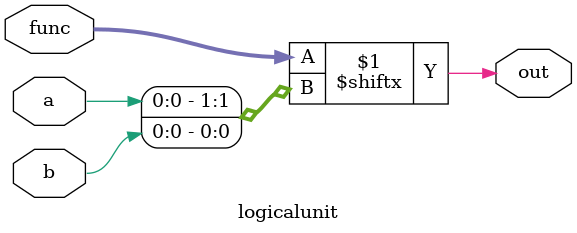
<source format=v>

`timescale 1ns / 100ps

module logicalunit(
    input a,
    input b,
    input [3:0] func,
    output out
    );
    
    wire   out;
         
    assign out = func[{a,b}];
endmodule

</source>
